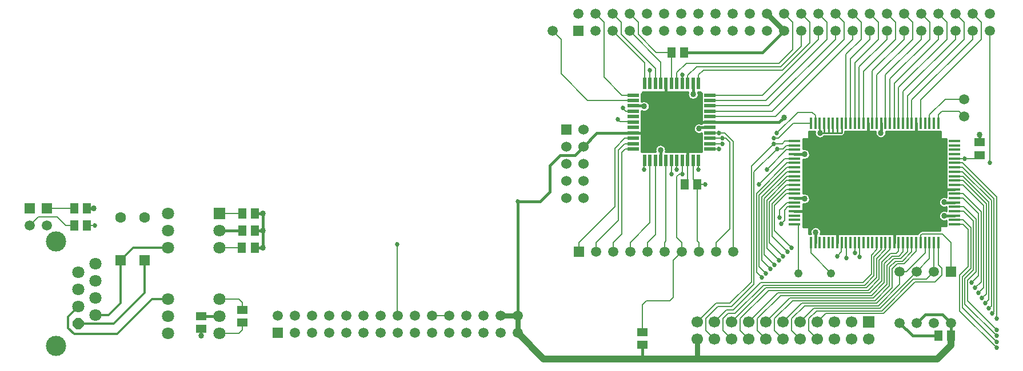
<source format=gtl>
G04 DipTrace 3.0.0.1*
G04 Falc-eth.GTL*
%MOMM*%
G04 #@! TF.FileFunction,Copper,L1,Top*
G04 #@! TF.Part,Single*
%AMOUTLINE0*5,1,8,0,0,1.8,-202.49891*%
G04 #@! TA.AperFunction,Conductor*
%ADD13C,0.2032*%
G04 #@! TA.AperFunction,CopperBalancing*
%ADD14C,0.381*%
%ADD15C,0.254*%
G04 #@! TA.AperFunction,Conductor*
%ADD16C,0.762*%
%ADD17C,0.508*%
%ADD18C,0.4572*%
%ADD19C,1.016*%
%ADD20C,0.3048*%
%ADD21R,1.5X1.3*%
%ADD24R,1.3X1.5*%
G04 #@! TA.AperFunction,ComponentPad*
%ADD25C,1.6*%
%ADD26R,1.6X1.6*%
%ADD27C,1.51*%
%ADD28R,1.51X1.51*%
%ADD29R,1.5X1.5*%
%ADD30C,1.5*%
%ADD31C,1.8*%
%ADD32C,3.0*%
%ADD33C,1.524*%
%ADD34R,1.524X1.524*%
%ADD35C,1.5*%
%ADD36R,1.7X1.7*%
%ADD37C,1.7*%
%ADD38C,1.4986*%
%ADD40R,1.8X1.8*%
%ADD42R,0.4X1.8*%
%ADD43R,1.8X0.4*%
%ADD45R,0.5X1.8*%
%ADD46R,1.8X0.5*%
G04 #@! TA.AperFunction,ComponentPad*
%ADD47C,1.2192*%
G04 #@! TA.AperFunction,ViaPad*
%ADD48C,0.6858*%
%ADD50C,0.8636*%
G04 #@! TA.AperFunction,ComponentPad*
%ADD87OUTLINE0*%
%FSLAX35Y35*%
G04*
G71*
G90*
G75*
G01*
G04 Top*
%LPD*%
X9738440Y6207080D2*
D13*
X9865360Y6080160D1*
Y5267960D1*
X10132060Y5001260D1*
X10297160D1*
X14493360Y2816360D2*
Y2682360D1*
X14310360Y2499360D1*
X14208760D1*
X14132560Y2423160D1*
Y2143760D1*
X13903960Y1915160D1*
X12799060D1*
X12519660Y1635760D1*
X10246440Y6207080D2*
X10373360Y6080160D1*
Y5902960D1*
X10640060Y5636260D1*
X10868660D1*
X10867160Y5171260D1*
X15060860Y4058860D2*
X15214660D1*
X15212060Y4061460D1*
X11027160Y3832860D2*
Y4031260D1*
X15427960Y4112260D2*
X15377160Y4061460D1*
X15212060D1*
X11021060Y2677160D2*
Y2816860D1*
X10944860Y2893060D1*
Y3794760D1*
X10982960Y3832860D1*
X11027160D1*
X11021060Y2677160D2*
X10894060Y2550160D1*
Y2004060D1*
X10842247Y1952247D1*
X10499347D1*
X10436860Y1889760D1*
Y1483360D1*
X11437160Y4441260D2*
X11567160D1*
X12429560D2*
X12735560Y4747260D1*
X12951460D1*
X12998360Y4700360D1*
Y4586360D1*
X11567160Y4441260D2*
X11657260D1*
X11783060Y4315460D1*
Y2677160D1*
X11437160Y4361260D2*
Y4366260D1*
X11617960D1*
X12379960D2*
Y4361260D1*
X12451160D1*
X12672060Y4582160D1*
X12933360D1*
Y4586360D1*
X11617960Y4366260D2*
X11668760D1*
X11732260Y4302760D1*
Y3020060D1*
X11529060Y2816860D1*
Y2677160D1*
X9992440Y5953080D2*
X10467160Y5478360D1*
Y5171260D1*
X10068560Y4645660D2*
X10106660Y4607560D1*
X10297160D1*
Y4601260D1*
X12690860Y4318860D2*
X12548460D1*
X12506960Y4277360D1*
X12379960D1*
X11617960D2*
Y4281260D1*
X11437160D1*
X11249660Y1635760D2*
X11529060Y1915160D1*
X11732260D1*
X12049760Y2232660D1*
Y3947160D1*
X12379960Y4277360D1*
X12690860Y4253860D2*
X12688960Y4251960D1*
X12570460D1*
X12519760Y4201260D1*
X12430760D1*
X11567160D2*
X11437160D1*
X11503660Y1381760D2*
X11376660Y1508760D1*
Y1686560D1*
X11554460Y1864360D1*
X11757660D1*
X12087860Y2194560D1*
Y3858360D1*
X12430760Y4201260D1*
X9992440Y6207080D2*
X10119360Y6080160D1*
Y5902960D1*
X10627160Y5395160D1*
Y5171260D1*
X14428360Y2816360D2*
Y2680860D1*
X14284960Y2537460D1*
X14183360D1*
X14094460Y2448560D1*
Y2169160D1*
X13878560Y1953260D1*
X12659360D1*
X12392660Y1686560D1*
Y1508760D1*
X12519660Y1381760D1*
X14363360Y2816360D2*
Y2679360D1*
X14259560Y2575560D1*
X14157960D1*
X14056360Y2473960D1*
Y2194560D1*
X13853160Y1991360D1*
X12621260D1*
X12265660Y1635760D1*
X14298360Y2816360D2*
Y2677860D1*
X14234160Y2613660D1*
X14132560D1*
X14018260Y2499360D1*
Y2219960D1*
X13827760Y2029460D1*
X12481560D1*
X12138660Y1686560D1*
Y1508760D1*
X12265660Y1381760D1*
X14233360Y2816360D2*
Y2689060D1*
X14196060Y2651760D1*
X14107160D1*
X13980160Y2524760D1*
Y2245360D1*
X13802360Y2067560D1*
X12443460D1*
X12011660Y1635760D1*
X14103360Y2816360D2*
Y2711460D1*
X13942060Y2550160D1*
Y2270760D1*
X13776960Y2105660D1*
X12303760D1*
X11884660Y1686560D1*
Y1508760D1*
X12011660Y1381760D1*
X14038360Y2816360D2*
Y2709960D1*
X13903960Y2575560D1*
Y2296160D1*
X13751560Y2143760D1*
X12265660D1*
X11757660Y1635760D1*
X13973360Y2816360D2*
Y2708460D1*
X13865860Y2600960D1*
Y2321560D1*
X13726160Y2181860D1*
X12227560D1*
X11808460Y1762760D1*
X11706860D1*
X11630660Y1686560D1*
Y1508760D1*
X11757660Y1381760D1*
X13908360Y2816360D2*
Y2706960D1*
X13827760Y2626360D1*
Y2346960D1*
X13700760Y2219960D1*
X12189460D1*
X11783060Y1813560D1*
X11681460D1*
X11503660Y1635760D1*
X15060860Y3343860D2*
X15193060D1*
X15377160Y3159760D1*
Y2385060D1*
X15250160Y2258060D1*
Y1953260D1*
X15681960Y1521460D1*
X15060860Y3278860D2*
X15194560D1*
X15339060Y3134360D1*
Y2410460D1*
X15212060Y2283460D1*
Y1902460D1*
X15681960Y1432560D1*
X15060860Y3148860D2*
X15184860D1*
X15300960Y3032760D1*
Y2435860D1*
X15173960Y2308860D1*
Y1851660D1*
X15681960Y1343660D1*
X15060860Y3083860D2*
X15186360D1*
X15262860Y3007360D1*
Y2461260D1*
X15135860Y2334260D1*
Y1800860D1*
X15681960Y1254760D1*
X14818360Y2816360D2*
Y2486660D1*
X14869160Y2435860D1*
Y2334260D1*
X14767560Y2232660D1*
X14475460D1*
X14005560Y1762760D1*
X13154660D1*
X13027660Y1635760D1*
X10144760Y4810760D2*
X10194260Y4761260D1*
X10297160D1*
X13649960Y2600960D2*
Y2816360D1*
X13648360D1*
X14558360D2*
Y2925160D1*
X14577060Y2943860D1*
X14881860D1*
X15008860Y2816860D1*
Y2385060D1*
X14688360Y2816360D2*
Y2572560D1*
X14500860Y2385060D1*
X13954760Y1838960D1*
X12976860D1*
X12773660Y1635760D1*
X14623360Y2816360D2*
Y2659960D1*
X14348460Y2385060D1*
X14246860D1*
Y2194560D1*
X13929360Y1877060D1*
X12837160D1*
X12646660Y1686560D1*
Y1508760D1*
X12773660Y1381760D1*
X14753360Y2816360D2*
Y2385060D1*
X14754860D1*
X14640560Y2270760D1*
X14450060D1*
X13980160Y1800860D1*
X13014960D1*
X12900660Y1686560D1*
Y1508760D1*
X13027660Y1381760D1*
X10867160Y4031260D2*
Y3832860D1*
X15580440Y3997960D2*
Y5953080D1*
X15427960Y4302260D2*
D14*
Y4417060D1*
X13967460Y4442460D2*
X13973360Y4448360D1*
Y4586360D1*
X15060860Y3408860D2*
X14912160D1*
X14907260Y3413760D1*
X15060860Y3213860D2*
X14910560D1*
X14907260Y3210560D1*
X12690860Y3473860D2*
X12827860D1*
X12837160Y3464560D1*
X12998360Y2816360D2*
Y2965360D1*
X13002260Y2969260D1*
X13063360Y4586360D2*
D15*
Y4442460D1*
X13065760D1*
X12690860Y4123860D2*
D14*
X12837160D1*
Y4124960D1*
X11187160Y5171260D2*
Y5013960D1*
X11186160D1*
X10297160Y4841260D2*
X10457160D1*
X10462260Y4836160D1*
X11437160Y4521260D2*
X11275060D1*
Y4505960D1*
X10707160Y4031260D2*
Y4184860D1*
X10703560Y4188460D1*
X4810760Y3248660D2*
X4695960D1*
X4810760Y2740660D2*
X4694940D1*
X13388360Y4586360D2*
D15*
Y4442460D1*
X13323360D1*
Y4586360D1*
Y4442460D2*
X13258360D1*
Y4586360D1*
Y4442460D2*
X13193360D1*
Y4586360D1*
Y4442460D2*
X13128360D1*
Y4586360D1*
Y4442460D2*
X13063360D1*
X2207260Y3324860D2*
D14*
X2308860D1*
X14246860Y1623060D2*
X14437360Y1432560D1*
X14818860D1*
X4695960Y2994660D2*
X4810760D1*
X3896360Y1432560D2*
D13*
Y1534660D1*
X4810760Y3248660D2*
D14*
Y2994660D1*
Y2740660D1*
X14691360Y4531360D2*
D13*
X14688360Y4586360D1*
Y4706160D1*
X14919960Y4937760D1*
X15199360D1*
Y4683760D2*
X15123160Y4759960D1*
X14869160D1*
X14818360Y4709160D1*
Y4586360D1*
X10627160Y4031260D2*
Y2930960D1*
X10513060Y2816860D1*
Y2677160D1*
X10787160Y4031260D2*
Y2836960D1*
X10767060Y2816860D1*
Y2677160D1*
X12690860Y4058860D2*
X12745860Y4061460D1*
X11250680Y3680460D2*
X11262360D1*
X11187160Y3755660D1*
Y4031260D1*
X11250680Y3680460D2*
X11363960D1*
X12164060D2*
X12542460Y4058860D1*
X12690860D1*
X11275060Y2677160D2*
Y2816860D1*
X11250680Y2841240D1*
Y3680460D1*
X13586460Y2664460D2*
Y2816360D1*
X13583360D1*
X10297160Y4361260D2*
X10177860D1*
X10030460Y4213860D1*
Y3350260D1*
X9497060Y2816860D1*
Y2677160D1*
X2016760Y3070860D2*
X1889760D1*
X1762760Y3197860D1*
X1483360D1*
X1356360Y3070860D1*
X2017260Y3324860D2*
X1610360D1*
X10547160Y4031260D2*
Y3104960D1*
X10259060Y2816860D1*
Y2677160D1*
X7316740Y1731280D2*
X7570740D1*
X10297160Y4201260D2*
X10182960D1*
X10132060Y4150360D1*
Y2943860D1*
X10005060Y2816860D1*
Y2677160D1*
X10297160Y4281260D2*
X10174060D1*
X10081260Y4188460D1*
Y3147060D1*
X9751060Y2816860D1*
Y2677160D1*
X10297160Y4921260D2*
X9627860D1*
X9230360Y5318760D1*
Y5826760D1*
X9103360Y5953760D1*
X4168520Y2994660D2*
D14*
X4505960D1*
X4168520Y1724660D2*
X3896360D1*
X10707160Y5171260D2*
D13*
Y5492360D1*
X10246440Y5953080D1*
X12690860Y4188860D2*
X12570860D1*
X12278360Y3896360D1*
X11262360D2*
Y4031260D1*
X11267160D1*
X14558360Y4586360D2*
Y4931760D1*
X15453360Y5826760D1*
Y6080160D1*
X15326440Y6207080D1*
X14428360Y4586360D2*
Y4928760D1*
X15326440Y5826840D1*
Y5953080D1*
X14363360Y4586360D2*
Y4990760D1*
X15199360Y5826760D1*
Y6080160D1*
X15072440Y6207080D1*
X14298360Y4586360D2*
Y5052760D1*
X15072440Y5826840D1*
Y5953080D1*
X14233360Y4586360D2*
Y5114760D1*
X14945360Y5826760D1*
Y6080160D1*
X14818440Y6207080D1*
X14168360Y4586360D2*
Y5176760D1*
X14818440Y5826840D1*
Y5953080D1*
X14103360Y4586360D2*
Y5238760D1*
X14691360Y5826760D1*
Y6080160D1*
X14564440Y6207080D1*
X14038360Y4586360D2*
Y5300760D1*
X14564440Y5826840D1*
Y5953080D1*
X13908360Y4586360D2*
Y5297760D1*
X14437360Y5826760D1*
Y6080160D1*
X14310440Y6207080D1*
X13843360Y4586360D2*
Y5359760D1*
X14310440Y5826840D1*
Y5953080D1*
X13713360Y4586360D2*
Y5356760D1*
X14183360Y5826760D1*
Y6080160D1*
X14056440Y6207080D1*
X13648360Y4586360D2*
Y5418760D1*
X14056440Y5826840D1*
Y5953080D1*
X13583360Y4586360D2*
Y5480760D1*
X13929360Y5826760D1*
Y6080160D1*
X13802440Y6207080D1*
X13518360Y4586360D2*
Y5542760D1*
X13802440Y5826840D1*
Y5953080D1*
X13453360Y4586360D2*
Y5604760D1*
X13675360Y5826760D1*
Y6080160D1*
X13548440Y6207080D1*
Y5953080D2*
Y5826840D1*
X12405360Y4683760D1*
X11439660D1*
X11437160Y4681260D1*
X13294440Y6207080D2*
X13421360Y6080160D1*
Y5826760D1*
X12355860Y4761260D1*
X11437160D1*
X13294440Y5953080D2*
Y5826840D1*
X12308860Y4841260D1*
X11437160D1*
X13040440Y6207080D2*
X13167360Y6080160D1*
Y5826760D1*
X12261860Y4921260D1*
X11437160D1*
X13040440Y5953080D2*
Y5826840D1*
X12214860Y5001260D1*
X11437160D1*
X11267160Y5171260D2*
Y5298160D1*
X11338560Y5369560D1*
X12506960D1*
X12913360Y5775960D1*
Y6080160D1*
X12786440Y6207080D1*
X11107160Y5171260D2*
Y5290560D1*
X11236960Y5420360D1*
X12481560D1*
X12786440Y5725240D1*
Y5953080D1*
X10947160Y5171260D2*
Y5333760D1*
X11084560Y5471160D1*
X12456160D1*
X12659360Y5674360D1*
Y6080160D1*
X12532440Y6207080D1*
X12690860Y3993860D2*
X12579060D1*
X12125960Y3540760D1*
Y2372360D1*
X12202160Y2296160D1*
X12690860Y3928860D2*
X12577560D1*
X12164060Y3515360D1*
Y2461260D1*
X12265660Y2359660D1*
X12690860Y3863860D2*
X12576060D1*
X12202160Y3489960D1*
Y2550160D1*
X12329160Y2423160D1*
X12690860Y3798860D2*
X12574560D1*
X12240260Y3464560D1*
Y2639060D1*
X12392660Y2486660D1*
X12690860Y3733860D2*
X12573060D1*
X12278360Y3439160D1*
Y2727960D1*
X12456160Y2550160D1*
X12690860Y3668860D2*
X12571560D1*
X12316460Y3413760D1*
Y2816860D1*
X12519660Y2613660D1*
X12690860Y3603860D2*
X12570060D1*
X12354560Y3388360D1*
Y2905760D1*
X12583160Y2677160D1*
X12690860Y3538860D2*
X12568560D1*
X12392660Y3362960D1*
Y2994660D1*
X12646660Y2740660D1*
X6804660Y2791460D2*
Y1735360D1*
X6808740Y1731280D1*
X15060860Y3993860D2*
X15178060D1*
X15681960Y3489960D1*
Y1686560D1*
X15060860Y3928860D2*
X15179560D1*
X15643860Y3464560D1*
Y1788160D1*
X15618460Y1762760D1*
X15060860Y3863860D2*
X15181060D1*
X15605760Y3439160D1*
Y1877060D1*
X15567660Y1838960D1*
X15060860Y3798860D2*
X15182560D1*
X15567660Y3413760D1*
Y1965960D1*
X15516860Y1915160D1*
X15060860Y3733860D2*
X15184060D1*
X15529560Y3388360D1*
Y2054860D1*
X15466060Y1991360D1*
X15060860Y3668860D2*
X15185560D1*
X15491460Y3362960D1*
Y2143760D1*
X15415260Y2067560D1*
X15060860Y3538860D2*
X15188560D1*
X15453360Y3274060D1*
Y2232660D1*
X15364460Y2143760D1*
X15060860Y3473860D2*
X15190060D1*
X15415260Y3248660D1*
Y2321560D1*
X15313660Y2219960D1*
X11027160Y5171260D2*
Y5306060D1*
X10467160Y4031260D2*
X10462260D1*
Y3896360D1*
X10547160Y5171260D2*
Y5369560D1*
X10947160Y4031260D2*
Y3896360D1*
X4168520Y1978660D2*
X4455160D1*
X4505960Y1927860D1*
Y1813560D1*
X13453360Y2816360D2*
X13459460D1*
Y2588260D1*
X4168520Y1470660D2*
X4455160D1*
X4505960Y1521460D1*
Y1623560D1*
X13388360Y2816360D2*
X13383260D1*
Y2677160D1*
X13319760Y2613660D1*
X4168520Y3248660D2*
X4505960D1*
X12690860Y3408860D2*
X12578260D1*
X12468860Y3299460D1*
Y3185160D1*
X4168520Y2740660D2*
X4504940D1*
X12690860Y3343860D2*
X12589460D1*
X12545060Y3299460D1*
Y3147060D1*
X12494260Y3096260D1*
X8332740Y1731280D2*
D16*
X8586740D1*
Y1477280D2*
Y1731280D1*
X12278440Y6207080D2*
X12532440Y5953080D1*
D17*
D3*
X11107160Y4031260D2*
D13*
Y3726940D1*
X11060680Y3680460D1*
X12532440Y4671140D2*
D14*
X12462560Y4601260D1*
X11437160D1*
X12532440Y5953080D2*
X12215620Y5636260D1*
X11058660D1*
X8586740Y1731280D2*
X8593360Y1724660D1*
X10297160Y4441260D2*
D18*
X9762560D1*
X9560560Y4239260D1*
X15008860Y1623060D2*
D14*
X14881860Y1750060D1*
X14627860D1*
X14500860Y1623060D1*
X15008860D2*
Y1432560D1*
X8586740Y1477280D2*
D19*
X8974360Y1089660D1*
X10436860D1*
X11249660D1*
X14805660D1*
X15008860Y1292860D1*
Y1432560D1*
X10436860Y1293360D2*
D14*
Y1089660D1*
X11249660Y1381760D2*
D16*
Y1089660D1*
X2206760Y3070860D2*
D13*
X2321560D1*
X8586740Y3422380D2*
D14*
Y1731280D1*
Y3422380D2*
X8921480D1*
X9065260Y3566160D1*
Y3959860D1*
X9217660Y4112260D1*
X9433560D1*
X9560560Y4239260D1*
X12748260Y2359660D2*
D13*
Y3083560D1*
X12690560D1*
X12690860Y3083860D1*
X12933360Y2816360D2*
Y2657160D1*
X13230860Y2359660D1*
X3406520Y1978660D2*
D20*
X3172460D1*
X2651760Y1457960D1*
X2016760D1*
X1927860Y1546860D1*
Y1712570D1*
X2079680Y1864390D1*
X3058160Y2550160D2*
Y2067560D1*
X2600960Y1610360D1*
X2079680D1*
X3406520Y2740660D2*
X2893060D1*
X2702560Y2550160D1*
Y1915160D1*
X2524790Y1737390D1*
X2333680D1*
D48*
X15212060Y4061460D3*
X11027160Y3832860D3*
D3*
X11567160Y4441260D3*
X12429560D3*
X11617960Y4366260D3*
X12379960D3*
X10068560Y4645660D3*
X12379960Y4277360D3*
X11617960D3*
X12430760Y4201260D3*
X11567160D3*
X15681960Y1521460D3*
Y1432560D3*
Y1343660D3*
Y1254760D3*
X10144760Y4810760D3*
X13649960Y2600960D3*
X10867160Y3832860D3*
X15580440Y3997960D3*
X11363960Y3680460D3*
X12164060D3*
X13586460Y2664460D3*
X12278360Y3896360D3*
X11262360D3*
X12646660Y2740660D3*
X6804660Y2791460D3*
X15681960Y1686560D3*
X15618460Y1762760D3*
X15567660Y1838960D3*
X15516860Y1915160D3*
X15466060Y1991360D3*
X15415260Y2067560D3*
X15364460Y2143760D3*
X15313660Y2219960D3*
X11027160Y5306060D3*
X10462260Y3896360D3*
X10547160Y5369560D3*
X10947160Y3896360D3*
X13459460Y2588260D3*
X13319760Y2613660D3*
X12468860Y3185160D3*
X12494260Y3096260D3*
D50*
X12532440Y4671140D3*
D48*
X2321560Y3070860D3*
X8586740Y3422380D3*
D3*
X13535660Y4099560D3*
X13649960Y4201160D3*
D50*
X13967460Y4442460D3*
X14907260Y3413760D3*
Y3210560D3*
D48*
X14437360Y3388360D3*
X10881360Y4696460D3*
D50*
X4810760Y2994660D3*
X2308860Y3324860D3*
X12837160Y3464560D3*
D48*
X12583160Y2677160D3*
D50*
X13002260Y2969260D3*
X13065760Y4442460D3*
X12837160Y4124960D3*
D48*
X10881360Y4772660D3*
Y4620260D3*
X13776960Y4099560D3*
X13294360D3*
D50*
X11275060Y4505960D3*
X10462260Y4836160D3*
X11186160Y5013960D3*
X10703560Y4188460D3*
X4810760Y2740660D3*
Y3248660D3*
D48*
X12519660Y2613660D3*
X12456160Y2550160D3*
X12392660Y2486660D3*
X12329160Y2423160D3*
X12265660Y2359660D3*
X12202160Y2296160D3*
X13421360Y4201160D3*
D50*
X13002260Y3782060D3*
X13103860D3*
X13205460D3*
D48*
X14208760Y3388360D3*
X14665960D3*
X14551660Y3274060D3*
X14323060D3*
D50*
X15427960Y4417060D3*
X3896360Y1432560D3*
X10439200Y5041027D2*
D15*
X11111190D1*
X11261130D2*
X11298120D1*
X10423723Y5015960D2*
X11106427D1*
X11265893D2*
X11310420D1*
X10423723Y4990893D2*
X11110000D1*
X11262320D2*
X11310420D1*
X10423723Y4965827D2*
X11123097D1*
X11249223D2*
X11310420D1*
X10423723Y4940760D2*
X11159213D1*
X11213107D2*
X11310420D1*
X10423723Y4915693D2*
X11310420D1*
X10519370Y4890627D2*
X11310420D1*
X10536040Y4865560D2*
X11310420D1*
X10541993Y4840493D2*
X11310420D1*
X10539213Y4815427D2*
X11310420D1*
X10526910Y4790360D2*
X11310420D1*
X10495557Y4765293D2*
X11310420D1*
X10423723Y4740227D2*
X11310420D1*
X10423723Y4715160D2*
X11310420D1*
X10423723Y4690093D2*
X11310420D1*
X10423723Y4665027D2*
X11310420D1*
X10423723Y4639960D2*
X11310420D1*
X10423723Y4614893D2*
X11310420D1*
X10423723Y4589827D2*
X11310420D1*
X10423723Y4564760D2*
X11222713D1*
X10423723Y4539693D2*
X11203267D1*
X10423723Y4514627D2*
X11195723D1*
X10423723Y4489560D2*
X11196917D1*
X10423723Y4464493D2*
X11207233D1*
X10423723Y4439427D2*
X11233427D1*
X10423723Y4414360D2*
X11310420D1*
X10423723Y4389293D2*
X11310420D1*
X10423723Y4364227D2*
X11310420D1*
X10423723Y4339160D2*
X11310420D1*
X10423723Y4314093D2*
X11310420D1*
X10423723Y4289027D2*
X11310420D1*
X10423723Y4263960D2*
X10684947D1*
X10722173D2*
X11310420D1*
X10423723Y4238893D2*
X10642480D1*
X10764640D2*
X11310420D1*
X10423723Y4213827D2*
X10628193D1*
X10778927D2*
X11310420D1*
X10423723Y4188760D2*
X10623827D1*
X10783293D2*
X11310420D1*
X10423723Y4163693D2*
X10627797D1*
X10779323D2*
X11310420D1*
X10435510Y4155297D2*
X10526197Y4154900D1*
X10551623Y4155297D1*
X10606197Y4154900D1*
X10633610Y4155297D1*
X10627607Y4174557D1*
X10626353Y4187180D1*
X10627187Y4199837D1*
X10630080Y4212190D1*
X10634957Y4223900D1*
X10641687Y4234653D1*
X10650083Y4244160D1*
X10659927Y4252167D1*
X10670947Y4258450D1*
X10682843Y4262847D1*
X10695303Y4265233D1*
X10707987Y4265550D1*
X10720547Y4263783D1*
X10732653Y4259987D1*
X10743970Y4254257D1*
X10754197Y4246753D1*
X10763060Y4237677D1*
X10770313Y4227270D1*
X10775767Y4215817D1*
X10779273Y4203623D1*
X10780777Y4188460D1*
X10779733Y4175817D1*
X10776637Y4163517D1*
X10772990Y4155157D1*
X10846197Y4155297D1*
X10926197D1*
X11006197D1*
X11086197D1*
X11166197D1*
X11246197D1*
X11301390D1*
X11311367Y4162933D1*
X11313103Y4163057D1*
X11313520Y4260297D1*
X11313123Y4285723D1*
X11313520Y4340297D1*
X11313123Y4365723D1*
X11313520Y4420297D1*
X11313123Y4438977D1*
X11306510Y4435440D1*
X11294537Y4431240D1*
X11282040Y4429060D1*
X11269357Y4428953D1*
X11256823Y4430927D1*
X11244787Y4434927D1*
X11233563Y4440843D1*
X11223460Y4448517D1*
X11214753Y4457740D1*
X11207670Y4468263D1*
X11202407Y4479807D1*
X11199107Y4492057D1*
X11197853Y4504680D1*
X11198687Y4517337D1*
X11201580Y4529690D1*
X11206457Y4541400D1*
X11213187Y4552153D1*
X11221583Y4561660D1*
X11231427Y4569667D1*
X11242447Y4575950D1*
X11254343Y4580347D1*
X11266803Y4582733D1*
X11279487Y4583050D1*
X11292047Y4581283D1*
X11304153Y4577487D1*
X11310163Y4574443D1*
X11313123Y4575243D1*
X11313520Y4740297D1*
X11313123Y4765723D1*
X11313520Y4820297D1*
X11313123Y4845723D1*
X11313520Y4900297D1*
X11313123Y4925723D1*
X11313520Y4980297D1*
X11313123Y5005723D1*
Y5026760D1*
X11307873Y5027813D1*
X11300587Y5037567D1*
X11300460Y5046900D1*
X11255950Y5047223D1*
X11261873Y5029123D1*
X11263377Y5013960D1*
X11262333Y5001317D1*
X11259237Y4989017D1*
X11254167Y4977387D1*
X11247260Y4966747D1*
X11238703Y4957380D1*
X11228730Y4949540D1*
X11217610Y4943440D1*
X11205637Y4939240D1*
X11193140Y4937060D1*
X11180457Y4936953D1*
X11167923Y4938927D1*
X11155887Y4942927D1*
X11144663Y4948843D1*
X11134560Y4956517D1*
X11125853Y4965740D1*
X11118770Y4976263D1*
X11113507Y4987807D1*
X11110207Y5000057D1*
X11108953Y5012680D1*
X11109787Y5025337D1*
X11112680Y5037690D1*
X11116797Y5047570D1*
X11077297Y5047223D1*
X11048123Y5047620D1*
X11022697Y5047223D1*
X10968123Y5047620D1*
X10942697Y5047223D1*
X10888123Y5047620D1*
X10862697Y5047223D1*
X10808123Y5047620D1*
X10803017Y5047223D1*
X10648123Y5047620D1*
X10622697Y5047223D1*
X10568123Y5047620D1*
X10542697Y5047223D1*
X10488123Y5047620D1*
X10462697Y5047223D1*
X10436900D1*
X10436860Y5039360D1*
X10430643Y5028647D1*
X10424160Y5026660D1*
X10421383D1*
X10421197Y4942223D1*
Y4901317D1*
X10429647Y4906150D1*
X10441543Y4910547D1*
X10454003Y4912933D1*
X10466687Y4913250D1*
X10479247Y4911483D1*
X10491353Y4907687D1*
X10502670Y4901957D1*
X10512897Y4894453D1*
X10521760Y4885377D1*
X10529013Y4874970D1*
X10534467Y4863517D1*
X10537973Y4851323D1*
X10539477Y4836160D1*
X10538433Y4823517D1*
X10535337Y4811217D1*
X10530267Y4799587D1*
X10523360Y4788947D1*
X10514803Y4779580D1*
X10504830Y4771740D1*
X10493710Y4765640D1*
X10481737Y4761440D1*
X10469240Y4759260D1*
X10456557Y4759153D1*
X10444023Y4761127D1*
X10431987Y4765127D1*
X10421113Y4770857D1*
X10420800Y4702223D1*
X10421197Y4676797D1*
X10420800Y4622223D1*
X10421197Y4596797D1*
X10420800Y4542223D1*
X10421197Y4516797D1*
X10420800Y4462223D1*
X10421197Y4436797D1*
X10420800Y4382223D1*
X10421197Y4356797D1*
X10420800Y4302223D1*
X10421197Y4276797D1*
X10420800Y4222223D1*
X10421197Y4196797D1*
Y4163060D1*
X10424160D1*
X10434873Y4156843D1*
X10429673Y4161603D1*
X11107160Y4155247D2*
D14*
Y4031260D1*
X11313173Y4601260D2*
X11437160D1*
X10787160Y5171260D2*
Y5047273D1*
X10297160Y4441260D2*
X10421147D1*
X12903000Y4444127D2*
D15*
X12986027D1*
X13435210D2*
X13887727D1*
X14047193D2*
X14854120D1*
X12903000Y4419060D2*
X12989600D1*
X13428463D2*
X13891300D1*
X14043620D2*
X14854120D1*
X12903000Y4393993D2*
X13003093D1*
X13128427D2*
X13904793D1*
X14030127D2*
X14854120D1*
X12903000Y4368927D2*
X13039607D1*
X13091913D2*
X13941307D1*
X13993613D2*
X14854120D1*
X12817277Y4343860D2*
X14934287D1*
X12817277Y4318793D2*
X14934287D1*
X12817277Y4293727D2*
X14934287D1*
X12817277Y4268660D2*
X14934287D1*
X12817277Y4243593D2*
X14934287D1*
X12817277Y4218527D2*
X14934287D1*
X12875220Y4193460D2*
X14934287D1*
X12903400Y4168393D2*
X14934287D1*
X12914510Y4143327D2*
X14934287D1*
X12916497Y4118260D2*
X14934287D1*
X12910147Y4093193D2*
X14934287D1*
X12891890Y4068127D2*
X14934287D1*
X12817277Y4043060D2*
X14934287D1*
X12817277Y4017993D2*
X14934287D1*
X12817277Y3992927D2*
X14934287D1*
X12817277Y3967860D2*
X14934287D1*
X12817277Y3942793D2*
X14934287D1*
X12817277Y3917727D2*
X14934287D1*
X12817277Y3892660D2*
X14934287D1*
X12817277Y3867593D2*
X14934287D1*
X12817277Y3842527D2*
X14934287D1*
X12817277Y3817460D2*
X14934287D1*
X12817277Y3792393D2*
X14934287D1*
X12817277Y3767327D2*
X14934287D1*
X12817277Y3742260D2*
X14934287D1*
X12817277Y3717193D2*
X14934287D1*
X12817277Y3692127D2*
X14934287D1*
X12817277Y3667060D2*
X14934287D1*
X12817277Y3641993D2*
X14934287D1*
X12817277Y3616927D2*
X14934287D1*
X12817277Y3591860D2*
X14934287D1*
X12817277Y3566793D2*
X14934287D1*
X12817277Y3541727D2*
X12832867D1*
X12841337D2*
X14934287D1*
X12896650Y3516660D2*
X14934287D1*
X12912130Y3491593D2*
X14934287D1*
X12916893Y3466527D2*
X14848563D1*
X12913320Y3441460D2*
X14832687D1*
X12899827Y3416393D2*
X14827527D1*
X12864107Y3391327D2*
X14830703D1*
X12817277Y3366260D2*
X14843800D1*
X12817277Y3341193D2*
X14878327D1*
X12817277Y3316127D2*
X14934287D1*
X12817277Y3291060D2*
X14934287D1*
X12817277Y3265993D2*
X14850943D1*
X12817277Y3240927D2*
X14833877D1*
X12817277Y3215860D2*
X14827527D1*
X12817277Y3190793D2*
X14830307D1*
X12817277Y3165727D2*
X14841817D1*
X12817277Y3140660D2*
X14871977D1*
X12817277Y3115593D2*
X14934287D1*
X12817277Y3090527D2*
X14934287D1*
X12817277Y3065460D2*
X14934287D1*
X12900620Y3040393D2*
X12969757D1*
X13034763D2*
X14841420D1*
X12903000Y3015327D2*
X12937610D1*
X13066910D2*
X14841420D1*
X12903000Y2990260D2*
X12925307D1*
X13079213D2*
X14841420D1*
X12903000Y2965193D2*
X12922527D1*
X13081993D2*
X14533443D1*
X14043633Y4429817D2*
X14040537Y4417517D1*
X14035467Y4405887D1*
X14028560Y4395247D1*
X14020003Y4385880D1*
X14010030Y4378040D1*
X13998910Y4371940D1*
X13986937Y4367740D1*
X13974440Y4365560D1*
X13961757Y4365453D1*
X13949223Y4367427D1*
X13937187Y4371427D1*
X13925963Y4377343D1*
X13915860Y4385017D1*
X13907153Y4394240D1*
X13900070Y4404763D1*
X13894807Y4416307D1*
X13891507Y4428557D1*
X13890253Y4441180D1*
X13891087Y4453837D1*
X13893167Y4462713D1*
X13854323Y4462323D1*
X13789323D1*
X13724323D1*
X13659323D1*
X13594323D1*
X13529323D1*
X13464323D1*
X13432387D1*
X13432557Y4442460D1*
X13430743Y4429933D1*
X13425457Y4418437D1*
X13417127Y4408907D1*
X13406437Y4402130D1*
X13393870Y4398663D1*
X13350260Y4398263D1*
X13129063D1*
X13118303Y4385880D1*
X13108330Y4378040D1*
X13097210Y4371940D1*
X13085237Y4367740D1*
X13072740Y4365560D1*
X13060057Y4365453D1*
X13047523Y4367427D1*
X13035487Y4371427D1*
X13024263Y4377343D1*
X13014160Y4385017D1*
X13005453Y4394240D1*
X12998370Y4404763D1*
X12993107Y4416307D1*
X12989807Y4428557D1*
X12988553Y4441180D1*
X12989387Y4453837D1*
X12991467Y4462713D1*
X12950797Y4462323D1*
X12944323Y4462720D1*
X12949297Y4462323D1*
X12900480D1*
X12900660Y4366260D1*
X12894443Y4355547D1*
X12887960Y4353560D1*
X12814537D1*
X12814897Y4283997D1*
X12814500Y4264823D1*
X12814897Y4269797D1*
X12814500Y4199823D1*
X12816443Y4199347D1*
X12828903Y4201733D1*
X12841587Y4202050D1*
X12854147Y4200283D1*
X12866253Y4196487D1*
X12877570Y4190757D1*
X12887797Y4183253D1*
X12896660Y4174177D1*
X12903913Y4163770D1*
X12909367Y4152317D1*
X12912873Y4140123D1*
X12914377Y4124960D1*
X12913333Y4112317D1*
X12910237Y4100017D1*
X12905167Y4088387D1*
X12898260Y4077747D1*
X12889703Y4068380D1*
X12879730Y4060540D1*
X12868610Y4054440D1*
X12856637Y4050240D1*
X12844140Y4048060D1*
X12831457Y4047953D1*
X12814787Y4051303D1*
X12814500Y4004823D1*
X12814897Y4009797D1*
X12814500Y3939823D1*
X12814897Y3944797D1*
X12814500Y3874823D1*
X12814897Y3879797D1*
X12814500Y3809823D1*
X12814897Y3814797D1*
X12814500Y3744823D1*
X12814897Y3749797D1*
X12814500Y3679823D1*
X12814897Y3684797D1*
X12814500Y3614823D1*
X12814897Y3619797D1*
X12814500Y3549823D1*
X12814897Y3554797D1*
Y3538523D1*
X12828903Y3541333D1*
X12841587Y3541650D1*
X12854147Y3539883D1*
X12866253Y3536087D1*
X12877570Y3530357D1*
X12887797Y3522853D1*
X12896660Y3513777D1*
X12903913Y3503370D1*
X12909367Y3491917D1*
X12912873Y3479723D1*
X12914377Y3464560D1*
X12913333Y3451917D1*
X12910237Y3439617D1*
X12905167Y3427987D1*
X12898260Y3417347D1*
X12889703Y3407980D1*
X12879730Y3400140D1*
X12868610Y3394040D1*
X12856637Y3389840D1*
X12844140Y3387660D1*
X12831457Y3387553D1*
X12814787Y3390903D1*
X12814500Y3354823D1*
X12814897Y3359797D1*
X12814500Y3289823D1*
X12814897Y3284637D1*
X12814500Y3159823D1*
X12814897Y3164797D1*
X12814500Y3094823D1*
X12814897Y3099797D1*
Y3045423D1*
X12887960Y3045460D1*
X12898673Y3039243D1*
X12900660Y3032760D1*
Y2940287D1*
X12930520Y2940397D1*
X12926307Y2955357D1*
X12925053Y2967980D1*
X12925887Y2980637D1*
X12928780Y2992990D1*
X12933657Y3004700D1*
X12940387Y3015453D1*
X12948783Y3024960D1*
X12958627Y3032967D1*
X12969647Y3039250D1*
X12981543Y3043647D1*
X12994003Y3046033D1*
X13006687Y3046350D1*
X13019247Y3044583D1*
X13031353Y3040787D1*
X13042670Y3035057D1*
X13052897Y3027553D1*
X13061760Y3018477D1*
X13069013Y3008070D1*
X13074467Y2996617D1*
X13077973Y2984423D1*
X13079477Y2969260D1*
X13078433Y2956617D1*
X13073593Y2940320D1*
X13182397Y2940000D1*
X13177423Y2940397D1*
X13247397Y2940000D1*
X13242423Y2940397D1*
X13312397Y2940000D1*
X13307423Y2940397D1*
X13377397Y2940000D1*
X13372423Y2940397D1*
X13442397Y2940000D1*
X13437423Y2940397D1*
X13507397Y2940000D1*
X13502423Y2940397D1*
X13572397Y2940000D1*
X13567423Y2940397D1*
X13637397Y2940000D1*
X13632423Y2940397D1*
X13702397Y2940000D1*
X13697423Y2940397D1*
X13767397Y2940000D1*
X13762423Y2940397D1*
X13832397Y2940000D1*
X13827423Y2940397D1*
X13897397Y2940000D1*
X13892423Y2940397D1*
X13962397Y2940000D1*
X13957423Y2940397D1*
X14027397Y2940000D1*
X14022423Y2940397D1*
X14092397Y2940000D1*
X14087423Y2940397D1*
X14157397Y2940000D1*
X14152423Y2940397D1*
X14222397Y2940000D1*
X14217423Y2940397D1*
X14287397Y2940000D1*
X14282423Y2940397D1*
X14352397Y2940000D1*
X14347423Y2940397D1*
X14417397Y2940000D1*
X14412423Y2940397D1*
X14482397Y2940000D1*
X14477423Y2940397D1*
X14516713D1*
X14519947Y2947020D1*
X14527110Y2956410D1*
X14545810Y2975110D1*
X14555947Y2982687D1*
X14565357Y2986477D1*
X14577060Y2988057D1*
X14844157D1*
X14843760Y3045460D1*
X14849977Y3056173D1*
X14856460Y3058160D1*
X14937027D1*
X14936823Y3137897D1*
Y3138877D1*
X14926737Y3135840D1*
X14914240Y3133660D1*
X14901557Y3133553D1*
X14889023Y3135527D1*
X14876987Y3139527D1*
X14865763Y3145443D1*
X14855660Y3153117D1*
X14846953Y3162340D1*
X14839870Y3172863D1*
X14834607Y3184407D1*
X14831307Y3196657D1*
X14830053Y3209280D1*
X14830887Y3221937D1*
X14833780Y3234290D1*
X14838657Y3246000D1*
X14845387Y3256753D1*
X14853783Y3266260D1*
X14863627Y3274267D1*
X14874647Y3280550D1*
X14886543Y3284947D1*
X14899003Y3287333D1*
X14911687Y3287650D1*
X14924247Y3285883D1*
X14936707Y3281907D1*
X14937220Y3332897D1*
X14936823Y3327923D1*
Y3342610D1*
X14926737Y3339040D1*
X14914240Y3336860D1*
X14901557Y3336753D1*
X14889023Y3338727D1*
X14876987Y3342727D1*
X14865763Y3348643D1*
X14855660Y3356317D1*
X14846953Y3365540D1*
X14839870Y3376063D1*
X14834607Y3387607D1*
X14831307Y3399857D1*
X14830053Y3412480D1*
X14830887Y3425137D1*
X14833780Y3437490D1*
X14838657Y3449200D1*
X14845387Y3459953D1*
X14853783Y3469460D1*
X14863627Y3477467D1*
X14874647Y3483750D1*
X14886543Y3488147D1*
X14899003Y3490533D1*
X14911687Y3490850D1*
X14924247Y3489083D1*
X14936707Y3485107D1*
X14937220Y3527897D1*
X14936823Y3522923D1*
X14937220Y3592897D1*
X14936823Y3587923D1*
X14937220Y3657897D1*
X14936823Y3652923D1*
X14937220Y3722897D1*
X14936823Y3717923D1*
X14937220Y3787897D1*
X14936823Y3782923D1*
X14937220Y3852897D1*
X14936823Y3847923D1*
X14937220Y3917897D1*
X14936823Y3912923D1*
X14937220Y3982897D1*
X14936823Y3977923D1*
X14937220Y4047897D1*
X14936823Y4042923D1*
X14937220Y4112897D1*
X14936823Y4107923D1*
X14937220Y4177897D1*
X14936823Y4172923D1*
X14937220Y4242897D1*
X14936823Y4237923D1*
X14937220Y4307897D1*
X14936823Y4302923D1*
Y4353327D1*
X14869160Y4353560D1*
X14858447Y4359777D1*
X14856460Y4366260D1*
Y4462700D1*
X14783497Y4462323D1*
X14764323Y4462720D1*
X14769297Y4462323D1*
X14699323Y4462720D1*
X14704297Y4462323D1*
X14634323Y4462720D1*
X14639297Y4462323D1*
X14569323Y4462720D1*
X14574297Y4462323D1*
X14504323Y4462720D1*
X14509297Y4462323D1*
X14439323Y4462720D1*
X14444297Y4462323D1*
X14374323Y4462720D1*
X14379297Y4462323D1*
X14309323Y4462720D1*
X14314297Y4462323D1*
X14244323Y4462720D1*
X14249297Y4462323D1*
X14179323Y4462720D1*
X14184297Y4462323D1*
X14114323Y4462720D1*
X14119297Y4462323D1*
X14049323Y4462720D1*
X14054297Y4462323D1*
X14041993D1*
X14044633Y4445023D1*
X14043633Y4429817D1*
X14493360Y4586360D2*
D14*
Y4462373D1*
X13778360Y4586360D2*
Y4462373D1*
X12690860Y3278860D2*
X12814847D1*
X13323360Y2940347D2*
Y2816360D1*
X14168360Y2940347D2*
Y2816360D1*
X14936873Y3603860D2*
X15060860D1*
D24*
X4505960Y2994660D3*
X4695960D3*
X15008860Y1432560D3*
X14818860D3*
D21*
X3896360Y1724660D3*
Y1534660D3*
D25*
X3058160Y3185160D3*
D26*
Y2550160D3*
D24*
X4505960Y3248660D3*
X4695960D3*
X4504940Y2740660D3*
X4694940D3*
D25*
X2702560Y3185160D3*
D26*
Y2550160D3*
D27*
X1356360Y3070860D3*
D28*
Y3324860D3*
D27*
X1610360Y3070860D3*
D28*
Y3324860D3*
D29*
X9484440Y5953080D3*
D30*
Y6207080D3*
X9738440Y5953080D3*
Y6207080D3*
X9992440Y5953080D3*
Y6207080D3*
X10246440Y5953080D3*
Y6207080D3*
X10500440Y5953080D3*
Y6207080D3*
X10754440Y5953080D3*
Y6207080D3*
X11008440Y5953080D3*
Y6207080D3*
X11262440Y5953080D3*
Y6207080D3*
X11516440Y5953080D3*
Y6207080D3*
X11770440Y5953080D3*
Y6207080D3*
X12024440Y5953080D3*
Y6207080D3*
X12278440Y5953080D3*
Y6207080D3*
X12532440Y5953080D3*
Y6207080D3*
X12786440Y5953080D3*
Y6207080D3*
X13040440Y5953080D3*
Y6207080D3*
X13294440Y5953080D3*
Y6207080D3*
X13548440Y5953080D3*
Y6207080D3*
X13802440Y5953080D3*
Y6207080D3*
X14056440Y5953080D3*
Y6207080D3*
X14310440Y5953080D3*
Y6207080D3*
X14564440Y5953080D3*
Y6207080D3*
X14818440Y5953080D3*
Y6207080D3*
X15072440Y5953080D3*
Y6207080D3*
X15326440Y5953080D3*
Y6207080D3*
X15580440Y5953080D3*
Y6207080D3*
D29*
X5031740Y1478280D3*
D30*
X5030740Y1731280D3*
X5284740Y1477280D3*
Y1731280D3*
X5538740Y1477280D3*
Y1731280D3*
X5792740Y1477280D3*
Y1731280D3*
X6046740Y1477280D3*
Y1731280D3*
X6300740Y1477280D3*
Y1731280D3*
X6554740Y1477280D3*
Y1731280D3*
X6808740Y1477280D3*
Y1731280D3*
X7062740Y1477280D3*
Y1731280D3*
X7316740Y1477280D3*
Y1731280D3*
X7570740Y1477280D3*
Y1731280D3*
X7824740Y1477280D3*
Y1731280D3*
X8078740Y1477280D3*
Y1731280D3*
X8332740Y1477280D3*
Y1731280D3*
X8586740Y1477280D3*
Y1731280D3*
D87*
X2079680Y1610360D3*
D31*
X2333680Y1737390D3*
X2079680Y1864390D3*
X2333680Y1991390D3*
X2079680Y2118390D3*
X2333680Y2245390D3*
X2079680Y2372390D3*
X2333680Y2499360D3*
D32*
X1749680Y1280360D3*
Y2829360D3*
D33*
X9560560Y3477260D3*
X9306560D3*
Y3731260D3*
X9560560D3*
X9306560Y3985260D3*
X9560560D3*
X9306560Y4239260D3*
X9560560D3*
Y4493260D3*
D34*
X9306560D3*
D29*
X9497060Y2677160D3*
D30*
X9751060D3*
X10005060D3*
X10259060D3*
X10513060D3*
X10767060D3*
X11021060D3*
X11275060D3*
X11529060D3*
X11783060D3*
D35*
X15199360Y4937760D3*
Y4683760D3*
D36*
X13789660Y1635760D3*
D37*
Y1381760D3*
X13535660Y1635760D3*
Y1381760D3*
X13281660Y1635760D3*
Y1381760D3*
X13027660Y1635760D3*
Y1381760D3*
X12773660Y1635760D3*
Y1381760D3*
X12519660Y1635760D3*
Y1381760D3*
X12265660Y1635760D3*
Y1381760D3*
X12011660Y1635760D3*
Y1381760D3*
X11757660Y1635760D3*
Y1381760D3*
X11503660Y1635760D3*
Y1381760D3*
X11249660Y1635760D3*
Y1381760D3*
D38*
X9103360Y5953760D3*
D24*
X2016760Y3070860D3*
X2206760D3*
X2207260Y3324860D3*
X2017260D3*
D21*
X4505960Y1623560D3*
Y1813560D3*
D24*
X11250680Y3680460D3*
X11060680D3*
X10868660Y5636260D3*
X11058660D3*
D21*
X15427960Y4112260D3*
Y4302260D3*
X10436860Y1483360D3*
Y1293360D3*
D40*
X4168520Y3248660D3*
D31*
Y2994660D3*
Y2740660D3*
Y1978660D3*
Y1724660D3*
Y1470660D3*
X3406520D3*
Y1724660D3*
Y1978660D3*
Y2740660D3*
Y2994660D3*
Y3248660D3*
D42*
X14818360Y4586360D3*
X14753360D3*
X14688360D3*
X14623360D3*
X14558360D3*
X14493360D3*
X14428360D3*
X14363360D3*
X14298360D3*
X14233360D3*
X14168360D3*
X14103360D3*
X14038360D3*
X13973360D3*
X13908360D3*
X13843360D3*
X13778360D3*
X13713360D3*
X13648360D3*
X13583360D3*
X13518360D3*
X13453360D3*
X13388360D3*
X13323360D3*
X13258360D3*
X13193360D3*
X13128360D3*
X13063360D3*
X12998360D3*
X12933360D3*
D43*
X12690860Y4318860D3*
Y4253860D3*
Y4188860D3*
Y4123860D3*
Y4058860D3*
Y3993860D3*
Y3928860D3*
Y3863860D3*
Y3798860D3*
Y3733860D3*
Y3668860D3*
Y3603860D3*
Y3538860D3*
Y3473860D3*
Y3408860D3*
Y3343860D3*
Y3278860D3*
Y3213860D3*
Y3148860D3*
Y3083860D3*
D42*
X12933360Y2816360D3*
X12998360D3*
X13063360D3*
X13128360D3*
X13193360D3*
X13258360D3*
X13323360D3*
X13388360D3*
X13453360D3*
X13518360D3*
X13583360D3*
X13648360D3*
X13713360D3*
X13778360D3*
X13843360D3*
X13908360D3*
X13973360D3*
X14038360D3*
X14103360D3*
X14168360D3*
X14233360D3*
X14298360D3*
X14363360D3*
X14428360D3*
X14493360D3*
X14558360D3*
X14623360D3*
X14688360D3*
X14753360D3*
X14818360D3*
D43*
X15060860Y3083860D3*
Y3148860D3*
Y3213860D3*
Y3278860D3*
Y3343860D3*
Y3408860D3*
Y3473860D3*
Y3538860D3*
Y3603860D3*
Y3668860D3*
Y3733860D3*
Y3798860D3*
Y3863860D3*
Y3928860D3*
Y3993860D3*
Y4058860D3*
Y4123860D3*
Y4188860D3*
Y4253860D3*
Y4318860D3*
D45*
X10467160Y4031260D3*
X10547160D3*
X10627160D3*
X10707160D3*
X10787160D3*
X10867160D3*
X10947160D3*
X11027160D3*
X11107160D3*
X11187160D3*
X11267160D3*
D46*
X11437160Y4201260D3*
Y4281260D3*
Y4361260D3*
Y4441260D3*
Y4521260D3*
Y4601260D3*
Y4681260D3*
Y4761260D3*
Y4841260D3*
Y4921260D3*
Y5001260D3*
D45*
X11267160Y5171260D3*
X11187160D3*
X11107160D3*
X11027160D3*
X10947160D3*
X10867160D3*
X10787160D3*
X10707160D3*
X10627160D3*
X10547160D3*
X10467160D3*
D46*
X10297160Y5001260D3*
Y4921260D3*
Y4841260D3*
Y4761260D3*
Y4681260D3*
Y4601260D3*
Y4521260D3*
Y4441260D3*
Y4361260D3*
Y4281260D3*
Y4201260D3*
D29*
X15008860Y2385060D3*
D30*
X14754860D3*
X14500860D3*
X14246860D3*
Y1623060D3*
X14500860D3*
X14754860D3*
X15008860D3*
D47*
X12748260Y2359660D3*
X13230860D3*
M02*

</source>
